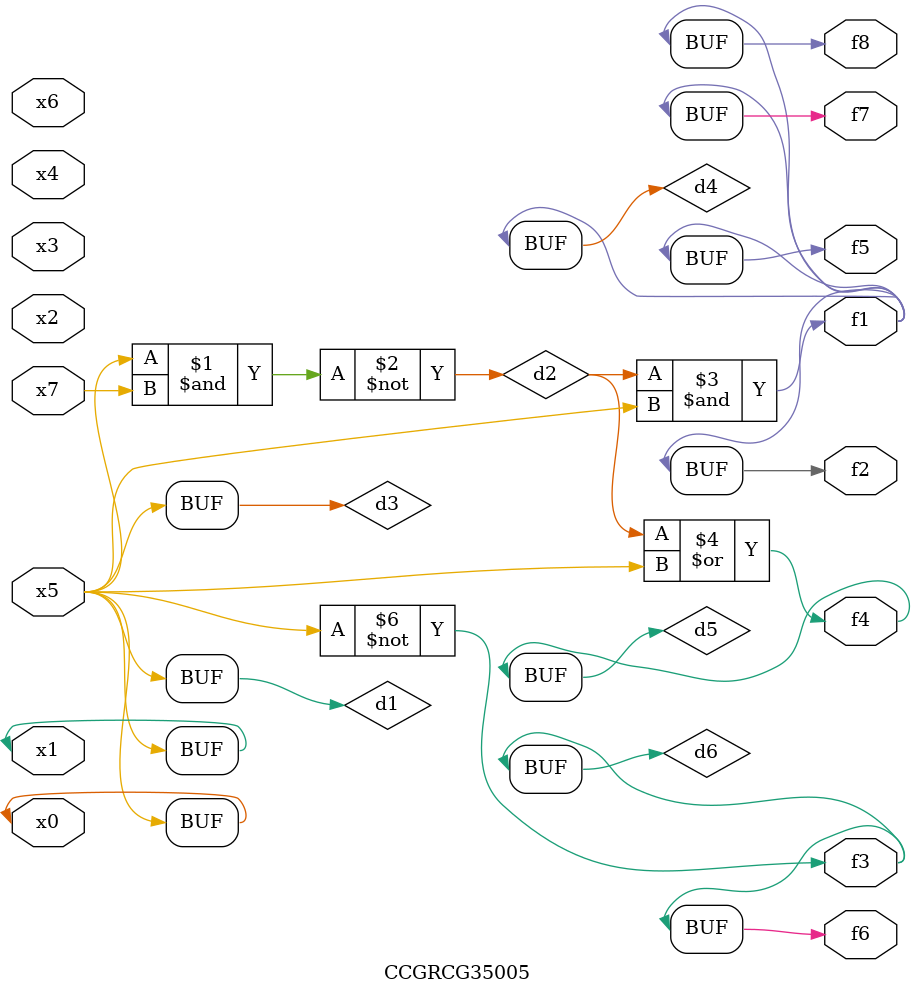
<source format=v>
module CCGRCG35005(
	input x0, x1, x2, x3, x4, x5, x6, x7,
	output f1, f2, f3, f4, f5, f6, f7, f8
);

	wire d1, d2, d3, d4, d5, d6;

	buf (d1, x0, x5);
	nand (d2, x5, x7);
	buf (d3, x0, x1);
	and (d4, d2, d3);
	or (d5, d2, d3);
	nor (d6, d1, d3);
	assign f1 = d4;
	assign f2 = d4;
	assign f3 = d6;
	assign f4 = d5;
	assign f5 = d4;
	assign f6 = d6;
	assign f7 = d4;
	assign f8 = d4;
endmodule

</source>
